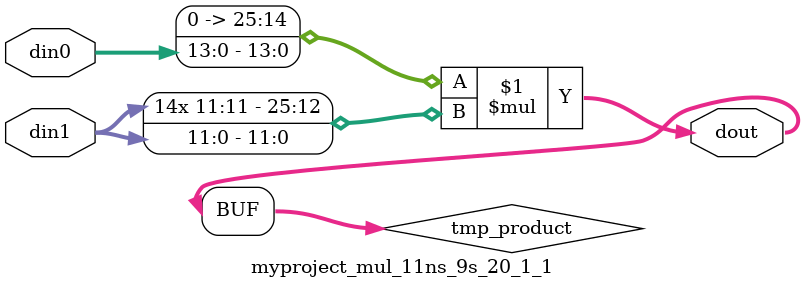
<source format=v>

`timescale 1 ns / 1 ps

 module myproject_mul_11ns_9s_20_1_1(din0, din1, dout);
parameter ID = 1;
parameter NUM_STAGE = 0;
parameter din0_WIDTH = 14;
parameter din1_WIDTH = 12;
parameter dout_WIDTH = 26;

input [din0_WIDTH - 1 : 0] din0; 
input [din1_WIDTH - 1 : 0] din1; 
output [dout_WIDTH - 1 : 0] dout;

wire signed [dout_WIDTH - 1 : 0] tmp_product;

























assign tmp_product = $signed({1'b0, din0}) * $signed(din1);










assign dout = tmp_product;





















endmodule

</source>
